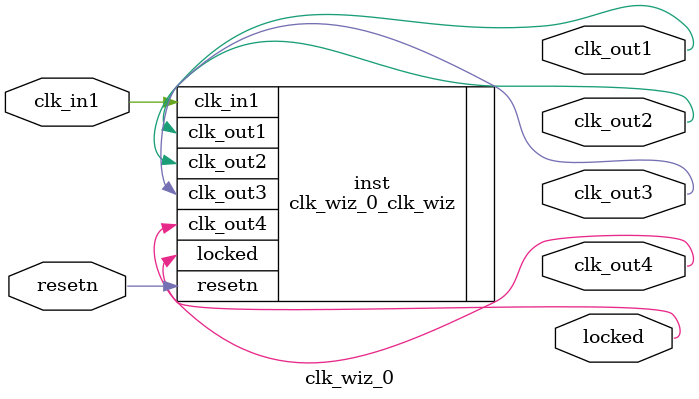
<source format=v>


`timescale 1ps/1ps

(* CORE_GENERATION_INFO = "clk_wiz_0,clk_wiz_v6_0_2_0_0,{component_name=clk_wiz_0,use_phase_alignment=true,use_min_o_jitter=false,use_max_i_jitter=false,use_dyn_phase_shift=false,use_inclk_switchover=false,use_dyn_reconfig=false,enable_axi=0,feedback_source=FDBK_AUTO,PRIMITIVE=MMCM,num_out_clk=4,clkin1_period=10.000,clkin2_period=10.000,use_power_down=false,use_reset=true,use_locked=true,use_inclk_stopped=false,feedback_type=SINGLE,CLOCK_MGR_TYPE=NA,manual_override=false}" *)

module clk_wiz_0 
 (
  // Clock out ports
  output        clk_out1,
  output        clk_out2,
  output        clk_out3,
  output        clk_out4,
  // Status and control signals
  input         resetn,
  output        locked,
 // Clock in ports
  input         clk_in1
 );

  clk_wiz_0_clk_wiz inst
  (
  // Clock out ports  
  .clk_out1(clk_out1),
  .clk_out2(clk_out2),
  .clk_out3(clk_out3),
  .clk_out4(clk_out4),
  // Status and control signals               
  .resetn(resetn), 
  .locked(locked),
 // Clock in ports
  .clk_in1(clk_in1)
  );

endmodule

</source>
